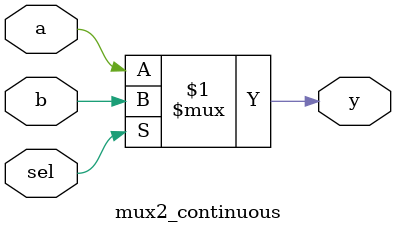
<source format=v>
module mux2_continuous(
    input  wire sel,
    input  wire a,
    input  wire b,
    output wire y
);
assign y = sel ? b : a;
endmodule

</source>
